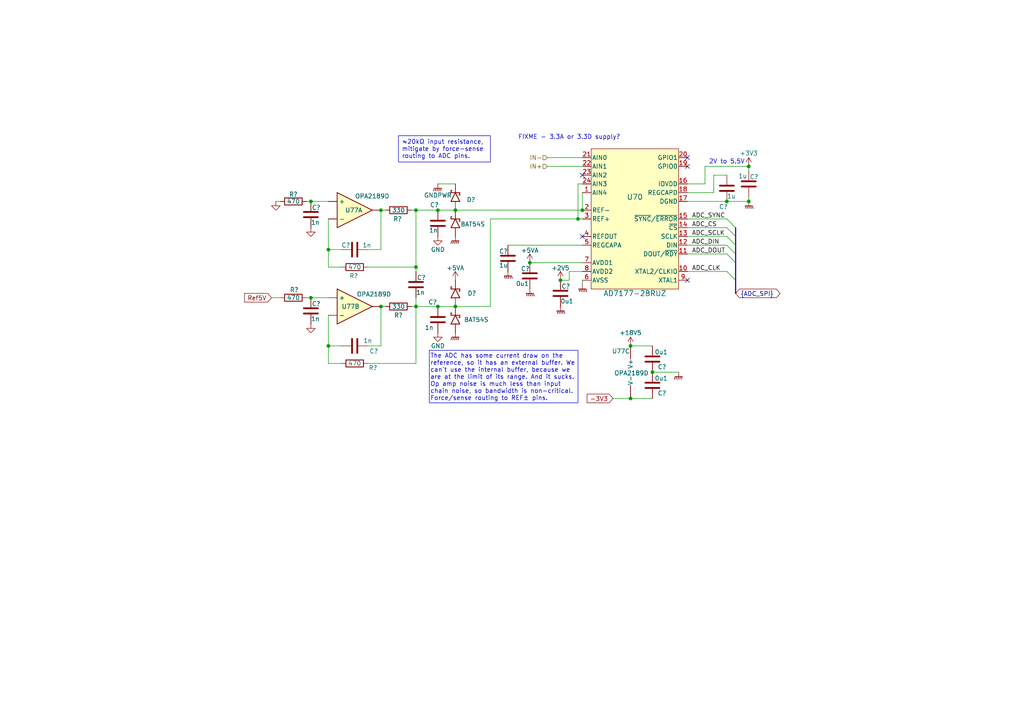
<source format=kicad_sch>
(kicad_sch (version 20250114) (generator "eeschema") (generator_version "9.0")
  (paper "A4")
  (lib_symbols
    (symbol "Device:C" (pin_numbers (hide yes)) (pin_names (offset 0.254))
      (property "Reference" "C" (at 0.635 2.54 0))
      (property "Value" "C" (at 0.635 -2.54 0))
      (symbol "C_0_1"
        (polyline (pts (xy -2.032 0.762) (xy 2.032 0.762)) (stroke (width 0.508)))
        (polyline (pts (xy -2.032 -0.762) (xy 2.032 -0.762)) (stroke (width 0.508)))
      )
      (symbol "C_1_1"
        (pin passive line (at 0 3.81 270) (length 2.794) (name "~") (number "1"))
        (pin passive line (at 0 -3.81 90) (length 2.794) (name "~") (number "2"))
      )
    )
    (symbol "Device:R" (pin_numbers (hide yes)) (pin_names (offset 0))
      (property "Reference" "R" (at 2.032 0 90))
      (property "Value" "R" (at 0 0 90))
      (symbol "R_0_1"
        (rectangle (start -1.016 -2.54) (end 1.016 2.54) (stroke (width 0.254)))
      )
      (symbol "R_1_1"
        (pin passive line (at 0 3.81 270) (length 1.27) (name "~") (number "1"))
        (pin passive line (at 0 -3.81 90) (length 1.27) (name "~") (number "2"))
      )
    )
    (symbol "OPA2189D_1" (pin_numbers (hide yes)) (pin_names (offset 0.002))
      (property "Reference" "U" (at 0 0 0))
      (property "Value" "OPA2189D" (at 3.81 -3.81 0))
      (symbol "OPA2189D_1_1_1"
        (unit_name "A")
        (polyline (pts (xy -5.08 5.08) (xy 5.08 0) (xy -5.08 -5.08) (xy -5.08 5.08)) (stroke (width 0.254)) (fill (type background)))
        (pin input line (at -7.62 2.54 0) (length 2.54) (name "+") (number "3"))
        (pin input line (at -7.62 -2.54 0) (length 2.54) (name "-") (number "2"))
        (pin output line (at 7.62 0 180) (length 2.54) (name "~") (number "1"))
      )
      (symbol "OPA2189D_1_2_1"
        (unit_name "B")
        (polyline (pts (xy -5.08 5.08) (xy 5.08 0) (xy -5.08 -5.08) (xy -5.08 5.08)) (stroke (width 0.254)) (fill (type background)))
        (pin input line (at -7.62 2.54 0) (length 2.54) (name "+") (number "5"))
        (pin input line (at -7.62 -2.54 0) (length 2.54) (name "-") (number "6"))
        (pin output line (at 7.62 0 180) (length 2.54) (name "~") (number "7"))
      )
      (symbol "OPA2189D_1_3_1"
        (unit_name "Power")
        (pin power_in line (at 0 7.62 270) (length 3.81) (name "V+") (number "8"))
        (pin power_in line (at 0 -7.62 90) (length 3.81) (name "V-") (number "4"))
      )
    )
    (symbol "Parts:+18V5" (power) (pin_numbers (hide yes)) (pin_names (offset 0) (hide yes))
      (property "Value" "+18V5" (at 0 3.556 0))
      (symbol "+18V5_0_1"
        (polyline (pts (xy -0.762 1.27) (xy 0 2.54)))
        (polyline (pts (xy 0 2.54) (xy 0.762 1.27)))
        (polyline (pts (xy 0 0) (xy 0 2.54)))
      )
      (symbol "+18V5_1_1"
        (pin power_in line (at 0 0 90) (length 0) (name "~") (number "1"))
      )
    )
    (symbol "Parts:AD7177-2BRUZ" (pin_names (offset 0.254))
      (property "Reference" "U" (at 0 6.35 0))
      (property "Value" "AD7177-2BRUZ" (at 0 -21.59 0))
      (symbol "AD7177-2BRUZ_1_1"
        (rectangle (start -12.7 20.32) (end 12.7 -20.32) (fill (type background)))
        (pin input line (at -15.24 17.78 0) (length 2.54) (name "AIN0") (number "21"))
        (pin input line (at -15.24 15.24 0) (length 2.54) (name "AIN1") (number "22"))
        (pin input line (at -15.24 12.7 0) (length 2.54) (name "AIN2") (number "23"))
        (pin input line (at -15.24 10.16 0) (length 2.54) (name "AIN3") (number "24"))
        (pin input line (at -15.24 7.62 0) (length 2.54) (name "AIN4") (number "1"))
        (pin input line (at -15.24 2.54 0) (length 2.54) (name "REF-") (number "2"))
        (pin input line (at -15.24 0 0) (length 2.54) (name "REF+") (number "3"))
        (pin output line (at -15.24 -5.08 0) (length 2.54) (name "REFOUT") (number "4"))
        (pin passive line (at -15.24 -7.62 0) (length 2.54) (name "REGCAPA") (number "5"))
        (pin power_in line (at -15.24 -12.7 0) (length 2.54) (name "AVDD1") (number "7"))
        (pin power_in line (at -15.24 -15.24 0) (length 2.54) (name "AVDD2") (number "8"))
        (pin power_in line (at -15.24 -17.78 0) (length 2.54) (name "AVSS") (number "6"))
        (pin bidirectional line (at 15.24 17.78 180) (length 2.54) (name "GPIO1") (number "20"))
        (pin bidirectional line (at 15.24 15.24 180) (length 2.54) (name "GPIO0") (number "19"))
        (pin power_in line (at 15.24 10.16 180) (length 2.54) (name "IOVDD") (number "16"))
        (pin passive line (at 15.24 7.62 180) (length 2.54) (name "REGCAPD") (number "18"))
        (pin power_in line (at 15.24 5.08 180) (length 2.54) (name "DGND") (number "17"))
        (pin bidirectional line (at 15.24 0 180) (length 2.54) (name "~{SYNC}/~{ERROR}") (number "15"))
        (pin input line (at 15.24 -2.54 180) (length 2.54) (name "~{CS}") (number "14"))
        (pin input line (at 15.24 -5.08 180) (length 2.54) (name "SCLK") (number "13"))
        (pin input line (at 15.24 -7.62 180) (length 2.54) (name "DIN") (number "12"))
        (pin output line (at 15.24 -10.16 180) (length 2.54) (name "DOUT/~{RDY}") (number "11"))
        (pin input line (at 15.24 -15.24 180) (length 2.54) (name "XTAL2/CLKIO") (number "10"))
        (pin passive line (at 15.24 -17.78 180) (length 2.54) (name "XTAL1") (number "9"))
      )
    )
    (symbol "Parts:BAT54S" (pin_numbers (hide yes)) (pin_names (offset 0) (hide yes))
      (property "Reference" "D" (at 1.27 3.175 0))
      (property "Value" "BAT54S" (at -6.35 3.175 0))
      (symbol "BAT54S_0_1"
        (polyline (pts (xy 0 0) (xy 2.54 0)))
      )
      (symbol "BAT54S_1_1"
        (polyline (pts (xy -5.08 1.27) (xy -5.08 -1.27) (xy -2.54 0) (xy -5.08 1.27)) (stroke (width 0.254)))
        (polyline (pts (xy -3.175 -1.27) (xy -3.175 -1.016)) (stroke (width 0.254)))
        (polyline (pts (xy -2.54 1.27) (xy -1.905 1.27)) (stroke (width 0.254)))
        (polyline (pts (xy -2.54 -1.27) (xy -3.175 -1.27)) (stroke (width 0.254)))
        (polyline (pts (xy -2.54 -1.27) (xy -2.54 1.27)) (stroke (width 0.254)))
        (polyline (pts (xy -1.905 1.27) (xy -1.905 1.016)) (stroke (width 0.254)))
        (polyline (pts (xy 2.54 1.27) (xy 2.54 -1.27) (xy 5.08 0) (xy 2.54 1.27)) (stroke (width 0.254)))
        (polyline (pts (xy 4.445 -1.27) (xy 4.445 -1.016)) (stroke (width 0.254)))
        (polyline (pts (xy 5.08 1.27) (xy 5.715 1.27)) (stroke (width 0.254)))
        (polyline (pts (xy 5.08 -1.27) (xy 4.445 -1.27)) (stroke (width 0.254)))
        (polyline (pts (xy 5.08 -1.27) (xy 5.08 1.27)) (stroke (width 0.254)))
        (polyline (pts (xy 5.715 1.27) (xy 5.715 1.016)) (stroke (width 0.254)))
        (pin passive line (at -7.62 0 0) (length 2.54) (name "A") (number "1"))
        (pin passive line (at 0 0 180) (length 2.54) (name "COM") (number "3"))
        (pin passive line (at 7.62 0 180) (length 2.54) (name "K") (number "2"))
      )
    )
    (symbol "Parts:OPA2189D" (pin_numbers (hide yes))
      (property "Reference" "U" (at 0 0 0))
      (property "Value" "OPA2189D" (at 3.81 -3.81 0))
      (symbol "OPA2189D_1_1"
        (unit_name "A")
        (polyline (pts (xy -5.08 5.08) (xy 5.08 0) (xy -5.08 -5.08) (xy -5.08 5.08)) (stroke (width 0.254)) (fill (type background)))
        (pin input line (at -7.62 2.54 0) (length 2.54) (name "+") (number "3"))
        (pin input line (at -7.62 -2.54 0) (length 2.54) (name "-") (number "2"))
        (pin output line (at 7.62 0 180) (length 2.54) (name "~") (number "1"))
      )
      (symbol "OPA2189D_2_1"
        (unit_name "B")
        (polyline (pts (xy -5.08 5.08) (xy 5.08 0) (xy -5.08 -5.08) (xy -5.08 5.08)) (stroke (width 0.254)) (fill (type background)))
        (pin input line (at -7.62 2.54 0) (length 2.54) (name "+") (number "5"))
        (pin input line (at -7.62 -2.54 0) (length 2.54) (name "-") (number "6"))
        (pin output line (at 7.62 0 180) (length 2.54) (name "~") (number "7"))
      )
      (symbol "OPA2189D_3_1"
        (unit_name "Power")
        (rectangle (start -5.08 5.08) (end 5.08 -5.08) (fill (type background)))
        (pin power_in line (at 0 7.62 270) (length 2.54) (name "V+") (number "8"))
        (pin power_in line (at 0 -7.62 90) (length 2.54) (name "V-") (number "4"))
      )
    )
    (symbol "power:+2V5" (power) (pin_numbers (hide yes)) (pin_names (offset 0) (hide yes))
      (property "Value" "+2V5" (at 0 3.556 0))
      (symbol "+2V5_0_1"
        (polyline (pts (xy -0.762 1.27) (xy 0 2.54)))
        (polyline (pts (xy 0 2.54) (xy 0.762 1.27)))
        (polyline (pts (xy 0 0) (xy 0 2.54)))
      )
      (symbol "+2V5_1_1"
        (pin power_in line (at 0 0 90) (length 0) (name "~") (number "1"))
      )
    )
    (symbol "power:+3V3" (power) (pin_numbers (hide yes)) (pin_names (offset 0) (hide yes))
      (property "Value" "+3V3" (at 0 3.556 0))
      (symbol "+3V3_0_1"
        (polyline (pts (xy -0.762 1.27) (xy 0 2.54)))
        (polyline (pts (xy 0 2.54) (xy 0.762 1.27)))
        (polyline (pts (xy 0 0) (xy 0 2.54)))
      )
      (symbol "+3V3_1_1"
        (pin power_in line (at 0 0 90) (length 0) (name "~") (number "1"))
      )
    )
    (symbol "power:+5VA" (power) (pin_numbers (hide yes)) (pin_names (offset 0) (hide yes))
      (property "Value" "+5VA" (at 0 3.556 0))
      (symbol "+5VA_0_1"
        (polyline (pts (xy -0.762 1.27) (xy 0 2.54)))
        (polyline (pts (xy 0 2.54) (xy 0.762 1.27)))
        (polyline (pts (xy 0 0) (xy 0 2.54)))
      )
      (symbol "+5VA_1_1"
        (pin power_in line (at 0 0 90) (length 0) (name "~") (number "1"))
      )
    )
    (symbol "power:GND" (power) (pin_numbers (hide yes)) (pin_names (offset 0) (hide yes))
      (property "Value" "GND" (at 0 -3.81 0))
      (symbol "GND_0_1"
        (polyline (pts (xy 0 0) (xy 0 -1.27) (xy 1.27 -1.27) (xy 0 -2.54) (xy -1.27 -1.27) (xy 0 -1.27)))
      )
      (symbol "GND_1_1"
        (pin power_in line (at 0 0 270) (length 0) (name "~") (number "1"))
      )
    )
    (symbol "power:GNDPWR" (power) (pin_numbers (hide yes)) (pin_names (offset 0) (hide yes))
      (property "Value" "GNDPWR" (at 0 -3.302 0))
      (symbol "GNDPWR_0_1"
        (polyline (pts (xy -1.016 -1.27) (xy -1.27 -2.032) (xy -1.27 -2.032)) (stroke (width 0.2032)))
        (polyline (pts (xy -0.508 -1.27) (xy -0.762 -2.032) (xy -0.762 -2.032)) (stroke (width 0.2032)))
        (polyline (pts (xy 0 -1.27) (xy 0 0)))
        (polyline (pts (xy 0 -1.27) (xy -0.254 -2.032) (xy -0.254 -2.032)) (stroke (width 0.2032)))
        (polyline (pts (xy 0.508 -1.27) (xy 0.254 -2.032) (xy 0.254 -2.032)) (stroke (width 0.2032)))
        (polyline (pts (xy 1.016 -1.27) (xy -1.016 -1.27) (xy -1.016 -1.27)) (stroke (width 0.2032)))
        (polyline (pts (xy 1.016 -1.27) (xy 0.762 -2.032) (xy 0.762 -2.032) (xy 0.762 -2.032)) (stroke (width 0.2032)))
      )
      (symbol "GNDPWR_1_1"
        (pin power_in line (at 0 0 270) (length 0) (name "~") (number "1"))
      )
    )
  )
  (text "2V to 5.5V" (at 210.82 46.99 0) (effects (font (size 1.27 1.27))))
  (text "FIXME - 3.3A or 3.3D supply?" (at 165.1 39.116 0) (effects (font (size 1.27 1.27)) (justify top)))
  (text_box "≈20kΩ input resistance, mitigate by force-sense routing to ADC pins." (at 115.57 39.37 0) (size 26.67 7.62) (margins 0.9525 0.9525 0.9525 0.9525) (effects (font (size 1.27 1.27)) (justify left top)))
  (text_box "The ADC has some current draw on the reference, so it has an external buffer. We can't use the internal buffer, because we are at the limit of its range. And it sucks.\nOp amp noise is much less than input chain noise, so bandwidth is non-critical.\nForce/sense routing to REF± pins." (at 124.5235 101.6 0) (size 43.1165 15.24) (margins 0.254 0.254 0.254 0.254) (effects (font (size 1.27 1.27)) (justify left)))
  (junction (at 132.08 88.9))
  (junction (at 162.56 81.28))
  (junction (at 217.17 48.26))
  (junction (at 120.65 60.96))
  (junction (at 167.64 63.5))
  (junction (at 127 88.9))
  (junction (at 132.08 60.96))
  (junction (at 95.25 72.39))
  (junction (at 127 60.96))
  (junction (at 95.25 100.33))
  (junction (at 153.67 76.2))
  (junction (at 210.82 58.42))
  (junction (at 90.17 58.42))
  (junction (at 182.88 115.57))
  (junction (at 110.49 60.96))
  (junction (at 217.17 58.42))
  (junction (at 120.65 88.9))
  (junction (at 90.17 86.36))
  (junction (at 120.65 77.47))
  (junction (at 110.49 88.9))
  (junction (at 182.88 100.33))
  (junction (at 189.23 107.95))
  (junction (at 168.91 60.96))
  (no_connect (at 199.39 81.28))
  (no_connect (at 168.91 68.58))
  (no_connect (at 199.39 45.72))
  (no_connect (at 168.91 50.8))
  (no_connect (at 199.39 48.26))
  (bus_entry (at 213.36 73.66) (size -2.54 -2.54))
  (bus_entry (at 213.36 66.04) (size -2.54 -2.54))
  (bus_entry (at 213.36 71.12) (size -2.54 -2.54))
  (bus_entry (at 213.36 68.58) (size -2.54 -2.54))
  (bus_entry (at 213.36 76.2) (size -2.54 -2.54))
  (bus_entry (at 213.36 81.28) (size -2.54 -2.54))
  (wire (pts (xy 90.17 58.42) (xy 95.25 58.42)))
  (wire (pts (xy 95.25 100.33) (xy 95.25 105.41)))
  (wire (pts (xy 120.65 88.9) (xy 127 88.9)))
  (wire (pts (xy 199.39 63.5) (xy 210.82 63.5)))
  (wire (pts (xy 110.49 100.33) (xy 110.49 88.9)))
  (wire (pts (xy 204.47 48.26) (xy 204.47 53.34)))
  (wire (pts (xy 95.25 72.39) (xy 95.25 77.47)))
  (wire (pts (xy 168.91 53.34) (xy 167.64 53.34)))
  (wire (pts (xy 158.75 48.26) (xy 168.91 48.26)))
  (wire (pts (xy 189.23 100.33) (xy 182.88 100.33)))
  (bus (pts (xy 213.36 73.66) (xy 213.36 71.12)))
  (wire (pts (xy 106.68 72.39) (xy 110.49 72.39)))
  (wire (pts (xy 127 60.96) (xy 132.08 60.96)))
  (wire (pts (xy 153.67 76.2) (xy 168.91 76.2)))
  (wire (pts (xy 106.68 105.41) (xy 120.65 105.41)))
  (wire (pts (xy 106.68 100.33) (xy 110.49 100.33)))
  (wire (pts (xy 217.17 48.26) (xy 217.17 49.53)))
  (bus (pts (xy 213.36 81.28) (xy 213.36 76.2)))
  (wire (pts (xy 95.25 77.47) (xy 99.06 77.47)))
  (wire (pts (xy 204.47 53.34) (xy 199.39 53.34)))
  (wire (pts (xy 147.32 71.12) (xy 168.91 71.12)))
  (wire (pts (xy 120.65 77.47) (xy 120.65 60.96)))
  (wire (pts (xy 95.25 63.5) (xy 95.25 72.39)))
  (wire (pts (xy 199.39 66.04) (xy 210.82 66.04)))
  (wire (pts (xy 120.65 86.36) (xy 120.65 88.9)))
  (wire (pts (xy 207.01 50.8) (xy 210.82 50.8)))
  (wire (pts (xy 217.17 57.15) (xy 217.17 58.42)))
  (bus (pts (xy 213.36 85.09) (xy 213.36 81.28)))
  (wire (pts (xy 106.68 77.47) (xy 120.65 77.47)))
  (wire (pts (xy 167.64 53.34) (xy 167.64 63.5)))
  (wire (pts (xy 110.49 88.9) (xy 111.76 88.9)))
  (wire (pts (xy 95.25 91.44) (xy 95.25 100.33)))
  (wire (pts (xy 110.49 72.39) (xy 110.49 60.96)))
  (wire (pts (xy 120.65 88.9) (xy 120.65 105.41)))
  (wire (pts (xy 165.1 78.74) (xy 165.1 81.28)))
  (wire (pts (xy 95.25 100.33) (xy 99.06 100.33)))
  (wire (pts (xy 95.25 105.41) (xy 99.06 105.41)))
  (wire (pts (xy 189.23 115.57) (xy 182.88 115.57)))
  (wire (pts (xy 199.39 73.66) (xy 210.82 73.66)))
  (wire (pts (xy 199.39 55.88) (xy 207.01 55.88)))
  (wire (pts (xy 204.47 48.26) (xy 217.17 48.26)))
  (wire (pts (xy 199.39 58.42) (xy 210.82 58.42)))
  (wire (pts (xy 110.49 60.96) (xy 111.76 60.96)))
  (wire (pts (xy 177.8 115.57) (xy 182.88 115.57)))
  (bus (pts (xy 213.36 71.12) (xy 213.36 68.58)))
  (wire (pts (xy 88.9 86.36) (xy 90.17 86.36)))
  (wire (pts (xy 78.74 86.36) (xy 81.28 86.36)))
  (wire (pts (xy 158.75 45.72) (xy 168.91 45.72)))
  (wire (pts (xy 189.23 107.95) (xy 196.85 107.95)))
  (wire (pts (xy 88.9 58.42) (xy 90.17 58.42)))
  (wire (pts (xy 199.39 78.74) (xy 210.82 78.74)))
  (wire (pts (xy 210.82 58.42) (xy 217.17 58.42)))
  (wire (pts (xy 167.64 63.5) (xy 168.91 63.5)))
  (wire (pts (xy 207.01 55.88) (xy 207.01 50.8)))
  (wire (pts (xy 168.91 82.55) (xy 168.91 81.28)))
  (bus (pts (xy 213.36 76.2) (xy 213.36 73.66)))
  (wire (pts (xy 142.24 63.5) (xy 142.24 88.9)))
  (wire (pts (xy 95.25 72.39) (xy 99.06 72.39)))
  (wire (pts (xy 127 88.9) (xy 132.08 88.9)))
  (wire (pts (xy 199.39 68.58) (xy 210.82 68.58)))
  (wire (pts (xy 168.91 55.88) (xy 168.91 60.96)))
  (wire (pts (xy 90.17 86.36) (xy 95.25 86.36)))
  (wire (pts (xy 120.65 88.9) (xy 119.38 88.9)))
  (wire (pts (xy 120.65 60.96) (xy 127 60.96)))
  (wire (pts (xy 127 53.34) (xy 132.08 53.34)))
  (wire (pts (xy 165.1 81.28) (xy 162.56 81.28)))
  (wire (pts (xy 119.38 60.96) (xy 120.65 60.96)))
  (bus (pts (xy 213.36 68.58) (xy 213.36 66.04)))
  (wire (pts (xy 168.91 78.74) (xy 165.1 78.74)))
  (wire (pts (xy 120.65 77.47) (xy 120.65 78.74)))
  (wire (pts (xy 132.08 60.96) (xy 168.91 60.96)))
  (wire (pts (xy 199.39 71.12) (xy 210.82 71.12)))
  (wire (pts (xy 132.08 88.9) (xy 142.24 88.9)))
  (wire (pts (xy 80.01 58.42) (xy 81.28 58.42)))
  (wire (pts (xy 142.24 63.5) (xy 167.64 63.5)))
  (label "ADC_SCLK" (at 200.66 68.58 0))
  (label "ADC_DIN" (at 200.66 71.12 0))
  (label "ADC_SYNC" (at 200.66 63.5 0))
  (label "ADC_DOUT" (at 200.66 73.66 0))
  (label "ADC_CLK" (at 200.66 78.74 0))
  (label "ADC_CS" (at 200.66 66.04 0))
  (global_label "-3V3" (shape input) (at 177.8 115.57 180) (property "Intersheetrefs" "${INTERSHEET_REFS}" (effects (hide yes))))
  (global_label "Ref5V" (shape input) (at 78.74 86.36 180) (property "Intersheetrefs" "${INTERSHEET_REFS}" (effects (hide yes))))
  (global_label "{ADC_SPI}" (shape bidirectional) (at 213.36 85.09 0) (property "Intersheetrefs" "${INTERSHEET_REFS}" (effects (hide yes))))
  (hierarchical_label "IN-" (shape input) (at 158.75 45.72 180))
  (hierarchical_label "IN+" (shape input) (at 158.75 48.26 180))
  (symbol (lib_id "power:GNDPWR") (at 147.32 78.74 0) (mirror y) (unit 1)
    (property "Reference" "#PWR0182" (effects (hide yes)))
    (property "Value" "GNDPWR" (effects (hide yes)))
    (property "Description" "Power symbol creates a global label with name \"GNDPWR\" , global ground" (effects (hide yes)))
  )
  (symbol (lib_id "power:+3V3") (at 217.17 48.26 0) (unit 1)
    (property "Reference" "#PWR0188" (effects (hide yes)))
    (property "Value" "+3V3" (at 217.17 44.45 0))
    (property "Description" "Power symbol creates a global label with name \"+3V3\"" (effects (hide yes)))
  )
  (symbol (lib_id "power:GND") (at 127 68.58 0) (unit 1)
    (property "Reference" "#PWR0156" (effects (hide yes)))
    (property "Value" "GND" (at 127 72.39 0))
    (property "Description" "Power symbol creates a global label with name \"GND\" , ground" (effects (hide yes)))
  )
  (symbol (lib_id "Device:C") (at 153.67 80.01 0) (unit 1)
    (property "Reference" "C?" (at 153.67 77.978 0) (effects (justify right)))
    (property "Value" "0u1" (at 153.416 82.296 0) (effects (justify right)))
    (property "Footprint" "Capacitor_SMD:C_0402_1005Metric" (effects (hide yes)))
    (property "Description" "Unpolarized capacitor" (effects (hide yes)))
  )
  (symbol (lib_id "Parts:OPA2189D") (at 102.87 88.9 0) (unit 2)
    (property "Reference" "U75" (at 99.06 88.9 0) (effects (justify left)))
    (property "Value" "OPA2189D" (at 108.458 85.344 0))
    (property "Footprint" "Package_SO:SOIC-8_3.9x4.9mm_P1.27mm" (effects (hide yes)))
    (property "Datasheet" "http://www.ti.com/lit/ds/symlink/opa189.pdf" (effects (hide yes)))
    (property "Description" "Precision, Low-Noise, Rail-to-Rail Output, 36-V, Zero-Drift Operational Amplifier, SOIC-8" (effects (hide yes)))
    (instances (project "" (path "" (reference "U77") (unit 2))) (project "lincal" (path "" (reference "U75") (unit 2))))
  )
  (symbol (lib_id "Parts:OPA2189D") (at 102.87 60.96 0) (unit 1)
    (property "Reference" "U75" (at 100.076 60.96 0) (effects (justify left)))
    (property "Value" "OPA2189D" (at 107.95 56.896 0))
    (property "Footprint" "Package_SO:SOIC-8_3.9x4.9mm_P1.27mm" (effects (hide yes)))
    (property "Datasheet" "http://www.ti.com/lit/ds/symlink/opa189.pdf" (effects (hide yes)))
    (property "Description" "Precision, Low-Noise, Rail-to-Rail Output, 36-V, Zero-Drift Operational Amplifier, SOIC-8" (effects (hide yes)))
    (instances (project "" (path "" (reference "U77") (unit 1))) (project "lincal" (path "" (reference "U75") (unit 1))))
  )
  (symbol (lib_id "Device:C") (at 210.82 54.61 0) (unit 1)
    (property "Reference" "C?" (at 208.534 59.9439 0) (effects (justify left)))
    (property "Value" "1u" (at 210.82 56.8959 0) (effects (justify left)))
    (property "Footprint" "Capacitor_SMD:C_0402_1005Metric" (effects (hide yes)))
    (property "Description" "Unpolarized capacitor" (effects (hide yes)))
  )
  (symbol (lib_id "Device:C") (at 162.56 85.09 0) (unit 1)
    (property "Reference" "C?" (at 162.814 83.058 0) (effects (justify left)))
    (property "Value" "0u1" (at 162.56 87.376 0) (effects (justify left)))
    (property "Footprint" "Capacitor_SMD:C_0402_1005Metric" (effects (hide yes)))
    (property "Description" "Unpolarized capacitor" (effects (hide yes)))
  )
  (symbol (lib_id "power:GNDPWR") (at 127 53.34 0) (unit 1)
    (property "Reference" "#PWR0176" (effects (hide yes)))
    (property "Value" "GNDPWR" (at 127 56.642 0))
    (property "Description" "Power symbol creates a global label with name \"GNDPWR\" , global ground" (effects (hide yes)))
  )
  (symbol (lib_id "power:GND") (at 127 96.52 0) (unit 1)
    (property "Reference" "#PWR0157" (effects (hide yes)))
    (property "Value" "GND" (at 127 100.33 0))
    (property "Description" "Power symbol creates a global label with name \"GND\" , ground" (effects (hide yes)))
  )
  (symbol (lib_id "Device:R") (at 102.87 77.47 90) (unit 1)
    (property "Reference" "R?" (at 102.616 80.01 90))
    (property "Value" "470" (at 102.87 77.47 90))
    (property "Footprint" "Resistor_SMD:R_0402_1005Metric" (effects (hide yes)))
    (property "Description" "Resistor" (effects (hide yes)))
  )
  (symbol (lib_id "power:GNDPWR") (at 196.85 107.95 0) (unit 1)
    (property "Reference" "#PWR0174" (effects (hide yes)))
    (property "Value" "GNDPWR" (effects (hide yes)))
    (property "Description" "Power symbol creates a global label with name \"GNDPWR\" , global ground" (effects (hide yes)))
  )
  (symbol (lib_id "Device:R") (at 115.57 60.96 90) (unit 1)
    (property "Reference" "R?" (at 115.316 63.5 90))
    (property "Value" "330" (at 115.57 60.96 90))
    (property "Footprint" "Resistor_SMD:R_0402_1005Metric" (effects (hide yes)))
    (property "Description" "Resistor" (effects (hide yes)))
  )
  (symbol (lib_id "Device:C") (at 102.87 72.39 90) (unit 1)
    (property "Reference" "C?" (at 101.6 71.12 90) (effects (justify left)))
    (property "Value" "1n" (at 107.696 71.12 90) (effects (justify left)))
    (property "Footprint" "Capacitor_SMD:C_0402_1005Metric" (effects (hide yes)))
    (property "Description" "Unpolarized capacitor" (effects (hide yes)))
  )
  (symbol (lib_id "Device:R") (at 102.87 105.41 90) (unit 1)
    (property "Reference" "R?" (at 108.204 106.68 90))
    (property "Value" "470" (at 102.87 105.41 90))
    (property "Footprint" "Resistor_SMD:R_0402_1005Metric" (effects (hide yes)))
    (property "Description" "Resistor" (effects (hide yes)))
  )
  (symbol (lib_id "power:+5VA") (at 153.67 76.2 0) (unit 1)
    (property "Reference" "#PWR0184" (effects (hide yes)))
    (property "Value" "+5VA" (at 153.67 72.644 0))
    (property "Description" "Power symbol creates a global label with name \"+5VA\"" (effects (hide yes)))
  )
  (symbol (lib_id "power:GND") (at 80.01 58.42 0) (unit 1)
    (property "Reference" "#PWR0155" (effects (hide yes)))
    (property "Value" "GND" (effects (hide yes)))
    (property "Description" "Power symbol creates a global label with name \"GND\" , ground" (effects (hide yes)))
  )
  (symbol (lib_id "power:+5VA") (at 132.08 81.28 0) (unit 1)
    (property "Reference" "#PWR0154" (effects (hide yes)))
    (property "Value" "+5VA" (at 132.08 77.724 0))
    (property "Description" "Power symbol creates a global label with name \"+5VA\"" (effects (hide yes)))
  )
  (symbol (lib_id "power:+2V5") (at 162.56 81.28 0) (unit 1)
    (property "Reference" "#PWR071" (effects (hide yes)))
    (property "Value" "+2V5" (at 162.56 77.724 0))
    (property "Description" "Power symbol creates a global label with name \"+2V5\"" (effects (hide yes)))
  )
  (symbol (lib_id "Device:C") (at 90.17 90.17 0) (unit 1)
    (property "Reference" "C?" (at 90.424 88.138 0) (effects (justify left)))
    (property "Value" "1n" (at 90.17 92.456 0) (effects (justify left)))
    (property "Footprint" "Capacitor_SMD:C_0402_1005Metric" (effects (hide yes)))
    (property "Description" "Unpolarized capacitor" (effects (hide yes)))
  )
  (symbol (lib_id "Device:C") (at 217.17 53.34 0) (unit 1)
    (property "Reference" "C?" (at 217.424 51.3079 0) (effects (justify left)))
    (property "Value" "1u" (at 214.122 51.0539 0) (effects (justify left)))
    (property "Footprint" "Capacitor_SMD:C_0402_1005Metric" (effects (hide yes)))
    (property "Description" "Unpolarized capacitor" (effects (hide yes)))
  )
  (symbol (lib_id "Parts:AD7177-2BRUZ") (at 184.15 63.5 0) (unit 1)
    (property "Reference" "U70" (at 184.15 57.15 0) (effects (font (size 1.524 1.524))))
    (property "Value" "AD7177-2BRUZ" (at 184.15 85.09 0) (effects (font (size 1.524 1.524))))
    (property "Footprint" "RU-24_ADI" (effects (hide yes)))
    (property "Datasheet" "https://www.analog.com/media/en/technical-documentation/data-sheets/AD7177-2.pdf" (effects (hide yes)))
  )
  (symbol (lib_id "power:GNDPWR") (at 132.08 96.52 0) (unit 1)
    (property "Reference" "#PWR0180" (effects (hide yes)))
    (property "Value" "GNDPWR" (effects (hide yes)))
    (property "Description" "Power symbol creates a global label with name \"GNDPWR\" , global ground" (effects (hide yes)))
  )
  (symbol (lib_id "Device:C") (at 127 92.71 0) (unit 1)
    (property "Reference" "C?" (at 124.206 87.63 0) (effects (justify left)))
    (property "Value" "1n" (at 123.19 94.996 0) (effects (justify left)))
    (property "Footprint" "Capacitor_SMD:C_0402_1005Metric" (effects (hide yes)))
    (property "Description" "Unpolarized capacitor" (effects (hide yes)))
  )
  (symbol (lib_id "power:GNDPWR") (at 132.08 68.58 0) (unit 1)
    (property "Reference" "#PWR0178" (effects (hide yes)))
    (property "Value" "GNDPWR" (effects (hide yes)))
    (property "Description" "Power symbol creates a global label with name \"GNDPWR\" , global ground" (effects (hide yes)))
  )
  (symbol (lib_id "Device:C") (at 147.32 74.93 0) (unit 1)
    (property "Reference" "C?" (at 147.32 72.898 0) (effects (justify right)))
    (property "Value" "1u" (at 147.32 76.962 0) (effects (justify right)))
    (property "Footprint" "Capacitor_SMD:C_0402_1005Metric" (effects (hide yes)))
    (property "Description" "Unpolarized capacitor" (effects (hide yes)))
  )
  (symbol (lib_id "Parts:+18V5") (at 182.88 100.33 0) (mirror y) (unit 1)
    (property "Reference" "#PWR0168" (effects (hide yes)))
    (property "Value" "+18V5" (at 182.88 96.52 0))
    (property "Description" "Power symbol creates a global label with name \"+18V5\"" (effects (hide yes)))
  )
  (symbol (lib_id "power:GNDPWR") (at 162.56 88.9 0) (mirror y) (unit 1)
    (property "Reference" "#PWR0159" (effects (hide yes)))
    (property "Value" "GNDPWR" (effects (hide yes)))
    (property "Description" "Power symbol creates a global label with name \"GNDPWR\" , global ground" (effects (hide yes)))
  )
  (symbol (lib_id "power:GNDPWR") (at 217.17 58.42 0) (mirror y) (unit 1)
    (property "Reference" "#PWR0189" (effects (hide yes)))
    (property "Value" "GNDPWR" (effects (hide yes)))
    (property "Description" "Power symbol creates a global label with name \"GNDPWR\" , global ground" (effects (hide yes)))
  )
  (symbol (lib_id "Device:C") (at 90.17 62.23 0) (unit 1)
    (property "Reference" "C?" (at 90.424 60.198 0) (effects (justify left)))
    (property "Value" "1n" (at 90.17 64.516 0) (effects (justify left)))
    (property "Footprint" "Capacitor_SMD:C_0402_1005Metric" (effects (hide yes)))
    (property "Description" "Unpolarized capacitor" (effects (hide yes)))
  )
  (symbol (lib_id "Device:C") (at 120.65 82.55 0) (unit 1)
    (property "Reference" "C?" (at 120.904 80.518 0) (effects (justify left)))
    (property "Value" "1n" (at 120.65 84.836 0) (effects (justify left)))
    (property "Footprint" "Capacitor_SMD:C_0402_1005Metric" (effects (hide yes)))
    (property "Description" "Unpolarized capacitor" (effects (hide yes)))
  )
  (symbol (lib_id "Parts:BAT54S") (at 132.08 60.96 90) (unit 1)
    (property "Reference" "D?" (at 137.922 57.912 90) (effects (justify left)))
    (property "Value" "BAT54S" (at 140.716 65.024 90) (effects (justify left)))
    (property "Footprint" "Package_TO_SOT_SMD:SOT-23" (effects (hide yes)))
    (property "Datasheet" "https://www.diodes.com/assets/Datasheets/ds11005.pdf" (effects (hide yes)))
    (property "Description" "Vr 30V, If 200mA, Dual schottky barrier diode, in series, SOT-23" (effects (hide yes)))
  )
  (symbol (lib_id "Device:C") (at 189.23 104.14 0) (mirror x) (unit 1)
    (property "Reference" "C?" (at 192.024 106.426 0))
    (property "Value" "0u1" (at 191.77 102.108 0))
    (property "Footprint" "Capacitor_SMD:C_0402_1005Metric" (effects (hide yes)))
    (property "Description" "Unpolarized capacitor" (effects (hide yes)))
  )
  (symbol (lib_id "Device:R") (at 115.57 88.9 90) (unit 1)
    (property "Reference" "R?" (at 115.57 91.44 90))
    (property "Value" "330" (at 115.57 88.9 90))
    (property "Footprint" "Resistor_SMD:R_0402_1005Metric" (effects (hide yes)))
    (property "Description" "Resistor" (effects (hide yes)))
  )
  (symbol (lib_name "OPA2189D_1") (lib_id "Parts:OPA2189D") (at 182.88 107.95 0) (unit 3)
    (property "Reference" "U75" (at 180.086 101.854 0))
    (property "Value" "OPA2189D" (at 183.134 108.204 0))
    (property "Footprint" "Package_SO:SOIC-8_3.9x4.9mm_P1.27mm" (effects (hide yes)))
    (property "Datasheet" "http://www.ti.com/lit/ds/symlink/opa189.pdf" (effects (hide yes)))
    (instances (project "" (path "" (reference "U77") (unit 3))) (project "lincal" (path "" (reference "U75") (unit 3))))
  )
  (symbol (lib_id "power:GNDPWR") (at 168.91 82.55 0) (mirror y) (unit 1)
    (property "Reference" "#PWR0158" (effects (hide yes)))
    (property "Value" "GNDPWR" (effects (hide yes)))
    (property "Description" "Power symbol creates a global label with name \"GNDPWR\" , global ground" (effects (hide yes)))
  )
  (symbol (lib_id "Device:R") (at 85.09 86.36 90) (unit 1)
    (property "Reference" "R?" (at 85.344 84.074 90))
    (property "Value" "470" (at 85.09 86.36 90))
    (property "Footprint" "Resistor_SMD:R_0402_1005Metric" (effects (hide yes)))
    (property "Description" "Resistor" (effects (hide yes)))
  )
  (symbol (lib_id "power:GNDPWR") (at 153.67 83.82 0) (mirror y) (unit 1)
    (property "Reference" "#PWR0185" (effects (hide yes)))
    (property "Value" "GNDPWR" (effects (hide yes)))
    (property "Description" "Power symbol creates a global label with name \"GNDPWR\" , global ground" (effects (hide yes)))
  )
  (symbol (lib_id "power:GND") (at 90.17 93.98 0) (unit 1)
    (property "Reference" "#PWR0171" (effects (hide yes)))
    (property "Value" "GND" (effects (hide yes)))
    (property "Description" "Power symbol creates a global label with name \"GND\" , ground" (effects (hide yes)))
  )
  (symbol (lib_id "Parts:BAT54S") (at 132.08 88.9 90) (unit 1)
    (property "Reference" "D?" (at 138.176 85.09 90) (effects (justify left)))
    (property "Value" "BAT54S" (at 141.732 92.71 90) (effects (justify left)))
    (property "Footprint" "Package_TO_SOT_SMD:SOT-23" (effects (hide yes)))
    (property "Datasheet" "https://www.diodes.com/assets/Datasheets/ds11005.pdf" (effects (hide yes)))
    (property "Description" "Vr 30V, If 200mA, Dual schottky barrier diode, in series, SOT-23" (effects (hide yes)))
  )
  (symbol (lib_id "power:GND") (at 90.17 66.04 0) (unit 1)
    (property "Reference" "#PWR0170" (effects (hide yes)))
    (property "Value" "GND" (effects (hide yes)))
    (property "Description" "Power symbol creates a global label with name \"GND\" , ground" (effects (hide yes)))
  )
  (symbol (lib_id "Device:C") (at 127 64.77 0) (unit 1)
    (property "Reference" "C?" (at 124.714 59.436 0) (effects (justify left)))
    (property "Value" "1n" (at 127 66.802 0) (effects (justify right)))
    (property "Footprint" "Capacitor_SMD:C_0402_1005Metric" (effects (hide yes)))
    (property "Description" "Unpolarized capacitor" (effects (hide yes)))
  )
  (symbol (lib_id "Device:C") (at 102.87 100.33 90) (unit 1)
    (property "Reference" "C?" (at 109.728 101.854 90) (effects (justify left)))
    (property "Value" "1n" (at 107.95 98.806 90) (effects (justify left)))
    (property "Footprint" "Capacitor_SMD:C_0402_1005Metric" (effects (hide yes)))
    (property "Description" "Unpolarized capacitor" (effects (hide yes)))
  )
  (symbol (lib_id "Device:C") (at 189.23 111.76 0) (mirror x) (unit 1)
    (property "Reference" "C?" (at 192.024 114.046 0))
    (property "Value" "0u1" (at 191.77 109.728 0))
    (property "Footprint" "Capacitor_SMD:C_0402_1005Metric" (effects (hide yes)))
    (property "Description" "Unpolarized capacitor" (effects (hide yes)))
  )
  (symbol (lib_id "Device:R") (at 85.09 58.42 90) (unit 1)
    (property "Reference" "R?" (at 85.09 56.388 90))
    (property "Value" "470" (at 85.09 58.42 90))
    (property "Footprint" "Resistor_SMD:R_0402_1005Metric" (effects (hide yes)))
    (property "Description" "Resistor" (effects (hide yes)))
  )
)
</source>
